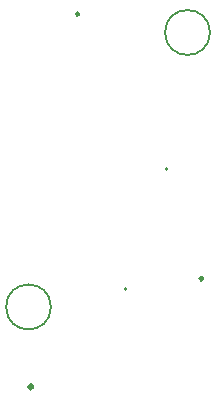
<source format=gbr>
%TF.GenerationSoftware,KiCad,Pcbnew,8.0.0*%
%TF.CreationDate,2024-09-27T20:32:54-07:00*%
%TF.ProjectId,lyrav3r2,6c797261-7633-4723-922e-6b696361645f,rev?*%
%TF.SameCoordinates,Original*%
%TF.FileFunction,Other,Comment*%
%FSLAX46Y46*%
G04 Gerber Fmt 4.6, Leading zero omitted, Abs format (unit mm)*
G04 Created by KiCad (PCBNEW 8.0.0) date 2024-09-27 20:32:54*
%MOMM*%
%LPD*%
G01*
G04 APERTURE LIST*
%ADD10C,0.150000*%
%ADD11C,0.200000*%
%ADD12C,0.250000*%
%ADD13C,0.300000*%
G04 APERTURE END LIST*
D10*
%TO.C,H1*%
X17731400Y37763800D02*
G75*
G02*
X13931400Y37763800I-1900000J0D01*
G01*
X13931400Y37763800D02*
G75*
G02*
X17731400Y37763800I1900000J0D01*
G01*
%TO.C,H2*%
X4269400Y14527100D02*
G75*
G02*
X469400Y14527100I-1900000J0D01*
G01*
X469400Y14527100D02*
G75*
G02*
X4269400Y14527100I1900000J0D01*
G01*
D11*
%TO.C,X2*%
X10693400Y16029400D02*
G75*
G02*
X10493400Y16029400I-100000J0D01*
G01*
X10493400Y16029400D02*
G75*
G02*
X10693400Y16029400I100000J0D01*
G01*
D12*
%TO.C,U2*%
X17131800Y16914400D02*
G75*
G02*
X16871800Y16914400I-130000J0D01*
G01*
X16871800Y16914400D02*
G75*
G02*
X17131800Y16914400I130000J0D01*
G01*
%TO.C,U5*%
X6639800Y39313000D02*
G75*
G02*
X6399800Y39313000I-120000J0D01*
G01*
X6399800Y39313000D02*
G75*
G02*
X6639800Y39313000I120000J0D01*
G01*
D13*
%TO.C,U6*%
X2704800Y7754800D02*
G75*
G02*
X2404800Y7754800I-150000J0D01*
G01*
X2404800Y7754800D02*
G75*
G02*
X2704800Y7754800I150000J0D01*
G01*
D10*
%TO.C,U4*%
X14128800Y26193400D02*
G75*
G02*
X13988800Y26193400I-70000J0D01*
G01*
X13988800Y26193400D02*
G75*
G02*
X14128800Y26193400I70000J0D01*
G01*
%TD*%
M02*

</source>
